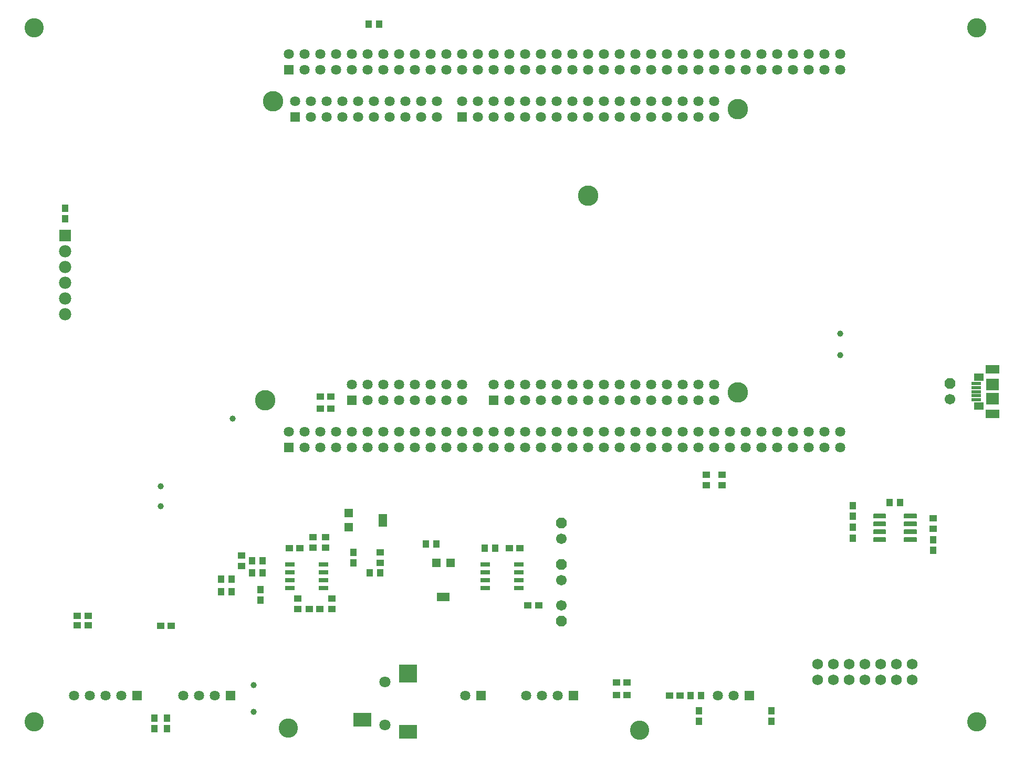
<source format=gts>
G75*
%MOIN*%
%OFA0B0*%
%FSLAX24Y24*%
%IPPOS*%
%LPD*%
%AMOC8*
5,1,8,0,0,1.08239X$1,22.5*
%
%ADD10C,0.1221*%
%ADD11R,0.0642X0.0642*%
%ADD12C,0.0642*%
%ADD13C,0.1300*%
%ADD14R,0.0906X0.0573*%
%ADD15R,0.0906X0.0569*%
%ADD16R,0.0591X0.0197*%
%ADD17R,0.0611X0.0493*%
%ADD18R,0.0788X0.0729*%
%ADD19C,0.0217*%
%ADD20C,0.0709*%
%ADD21R,0.1142X0.0906*%
%ADD22R,0.1142X0.1142*%
%ADD23R,0.0778X0.0778*%
%ADD24C,0.0778*%
%ADD25C,0.0690*%
%ADD26R,0.0642X0.0296*%
%ADD27R,0.0434X0.0473*%
%ADD28R,0.0552X0.0552*%
%ADD29R,0.0552X0.0827*%
%ADD30R,0.0473X0.0434*%
%ADD31OC8,0.0670*%
%ADD32C,0.0670*%
%ADD33R,0.0827X0.0552*%
%ADD34C,0.0068*%
%ADD35C,0.0394*%
D10*
X025658Y011386D03*
X041799Y010992D03*
X064083Y010835D03*
X085500Y011386D03*
X085500Y055481D03*
X025658Y055481D03*
D11*
X041835Y052807D03*
X042227Y049807D03*
X052827Y049807D03*
X054827Y031807D03*
X045827Y031807D03*
X041827Y028807D03*
X038118Y013028D03*
X032213Y013048D03*
X054036Y013051D03*
X059890Y013028D03*
X071079Y013028D03*
D12*
X070079Y013028D03*
X069079Y013028D03*
X058890Y013028D03*
X057890Y013028D03*
X056890Y013028D03*
X053036Y013051D03*
X037118Y013028D03*
X036118Y013028D03*
X035118Y013028D03*
X031213Y013048D03*
X030213Y013048D03*
X029213Y013048D03*
X028213Y013048D03*
X042827Y028807D03*
X043827Y028807D03*
X044827Y028807D03*
X045827Y028807D03*
X046827Y028807D03*
X047827Y028807D03*
X048827Y028807D03*
X049827Y028807D03*
X050827Y028807D03*
X051827Y028807D03*
X052827Y028807D03*
X053827Y028807D03*
X054827Y028807D03*
X055827Y028807D03*
X056827Y028807D03*
X057827Y028807D03*
X058827Y028807D03*
X059827Y028807D03*
X060827Y028807D03*
X061827Y028807D03*
X062827Y028807D03*
X063827Y028807D03*
X064827Y028807D03*
X065827Y028807D03*
X066827Y028807D03*
X067827Y028807D03*
X068827Y028807D03*
X069827Y028807D03*
X070827Y028807D03*
X071827Y028807D03*
X072827Y028807D03*
X073827Y028807D03*
X074827Y028807D03*
X075827Y028807D03*
X076827Y028807D03*
X076827Y029807D03*
X075827Y029807D03*
X074827Y029807D03*
X073827Y029807D03*
X072827Y029807D03*
X071827Y029807D03*
X070827Y029807D03*
X069827Y029807D03*
X068827Y029807D03*
X067827Y029807D03*
X066827Y029807D03*
X065827Y029807D03*
X064827Y029807D03*
X063827Y029807D03*
X062827Y029807D03*
X061827Y029807D03*
X060827Y029807D03*
X059827Y029807D03*
X058827Y029807D03*
X057827Y029807D03*
X056827Y029807D03*
X055827Y029807D03*
X054827Y029807D03*
X053827Y029807D03*
X052827Y029807D03*
X051827Y029807D03*
X050827Y029807D03*
X049827Y029807D03*
X048827Y029807D03*
X047827Y029807D03*
X046827Y029807D03*
X045827Y029807D03*
X044827Y029807D03*
X043827Y029807D03*
X042827Y029807D03*
X041827Y029807D03*
X045827Y032807D03*
X046827Y032807D03*
X047827Y032807D03*
X048827Y032807D03*
X049827Y032807D03*
X050827Y032807D03*
X051827Y032807D03*
X052827Y032807D03*
X052827Y031807D03*
X051827Y031807D03*
X050827Y031807D03*
X049827Y031807D03*
X048827Y031807D03*
X047827Y031807D03*
X046827Y031807D03*
X054827Y032807D03*
X055827Y032807D03*
X056827Y032807D03*
X057827Y032807D03*
X058827Y032807D03*
X059827Y032807D03*
X060827Y032807D03*
X061827Y032807D03*
X062827Y032807D03*
X063827Y032807D03*
X064827Y032807D03*
X065827Y032807D03*
X066827Y032807D03*
X067827Y032807D03*
X068827Y032807D03*
X068827Y031807D03*
X067827Y031807D03*
X066827Y031807D03*
X065827Y031807D03*
X064827Y031807D03*
X063827Y031807D03*
X062827Y031807D03*
X061827Y031807D03*
X060827Y031807D03*
X059827Y031807D03*
X058827Y031807D03*
X057827Y031807D03*
X056827Y031807D03*
X055827Y031807D03*
X055827Y049807D03*
X054827Y049807D03*
X053827Y049807D03*
X053827Y050807D03*
X052827Y050807D03*
X051227Y050807D03*
X050227Y050807D03*
X049227Y050807D03*
X048227Y050807D03*
X047227Y050807D03*
X046227Y050807D03*
X045227Y050807D03*
X044227Y050807D03*
X043227Y050807D03*
X042227Y050807D03*
X043227Y049807D03*
X044227Y049807D03*
X045227Y049807D03*
X046227Y049807D03*
X047227Y049807D03*
X048227Y049807D03*
X049227Y049807D03*
X050227Y049807D03*
X051227Y049807D03*
X054827Y050807D03*
X055827Y050807D03*
X056827Y050807D03*
X057827Y050807D03*
X058827Y050807D03*
X059827Y050807D03*
X060827Y050807D03*
X061827Y050807D03*
X062827Y050807D03*
X063827Y050807D03*
X064827Y050807D03*
X065827Y050807D03*
X066827Y050807D03*
X067827Y050807D03*
X068827Y050807D03*
X068827Y049807D03*
X067827Y049807D03*
X066827Y049807D03*
X065827Y049807D03*
X064827Y049807D03*
X063827Y049807D03*
X062827Y049807D03*
X061827Y049807D03*
X060827Y049807D03*
X059827Y049807D03*
X058827Y049807D03*
X057827Y049807D03*
X056827Y049807D03*
X056835Y052807D03*
X057835Y052807D03*
X058835Y052807D03*
X059835Y052807D03*
X060835Y052807D03*
X061835Y052807D03*
X062835Y052807D03*
X063835Y052807D03*
X064835Y052807D03*
X065835Y052807D03*
X066835Y052807D03*
X067835Y052807D03*
X068835Y052807D03*
X069835Y052807D03*
X070835Y052807D03*
X071835Y052807D03*
X072835Y052807D03*
X073835Y052807D03*
X074835Y052807D03*
X075835Y052807D03*
X076835Y052807D03*
X076835Y053807D03*
X075835Y053807D03*
X074835Y053807D03*
X073835Y053807D03*
X072835Y053807D03*
X071835Y053807D03*
X070835Y053807D03*
X069835Y053807D03*
X068835Y053807D03*
X067835Y053807D03*
X066835Y053807D03*
X065835Y053807D03*
X064835Y053807D03*
X063835Y053807D03*
X062835Y053807D03*
X061835Y053807D03*
X060835Y053807D03*
X059835Y053807D03*
X058835Y053807D03*
X057835Y053807D03*
X056835Y053807D03*
X055835Y053807D03*
X055835Y052807D03*
X054835Y052807D03*
X053835Y052807D03*
X052835Y052807D03*
X051835Y052807D03*
X050835Y052807D03*
X049835Y052807D03*
X048835Y052807D03*
X047835Y052807D03*
X046835Y052807D03*
X045835Y052807D03*
X044835Y052807D03*
X043835Y052807D03*
X042835Y052807D03*
X042835Y053807D03*
X043835Y053807D03*
X044835Y053807D03*
X045835Y053807D03*
X046835Y053807D03*
X047835Y053807D03*
X048835Y053807D03*
X049835Y053807D03*
X050835Y053807D03*
X051835Y053807D03*
X052835Y053807D03*
X053835Y053807D03*
X054835Y053807D03*
X041835Y053807D03*
D13*
X040827Y050807D03*
X060827Y044807D03*
X070327Y050307D03*
X070327Y032307D03*
X040327Y031807D03*
D14*
X086504Y030947D03*
D15*
X086505Y033763D03*
D16*
X085461Y032866D03*
X085461Y032614D03*
X085461Y032355D03*
X085461Y032099D03*
X085461Y031843D03*
D17*
X085626Y031441D03*
X085626Y033268D03*
D18*
X086504Y032798D03*
X086504Y031912D03*
D19*
X086504Y030947D03*
X086504Y033762D03*
D20*
X047949Y013922D03*
X047949Y011166D03*
D21*
X046492Y011520D03*
X049406Y010733D03*
D22*
X049406Y014433D03*
D23*
X027626Y042292D03*
D24*
X027626Y041292D03*
X027626Y040292D03*
X027626Y039292D03*
X027626Y038292D03*
X027626Y037292D03*
D25*
X075414Y015036D03*
X076414Y015036D03*
X077414Y015036D03*
X078414Y015036D03*
X079414Y015036D03*
X080414Y015036D03*
X081414Y015036D03*
X081414Y014036D03*
X080414Y014036D03*
X079414Y014036D03*
X078414Y014036D03*
X077414Y014036D03*
X076414Y014036D03*
X075414Y014036D03*
D26*
X056449Y019888D03*
X056449Y020388D03*
X056449Y020888D03*
X056449Y021388D03*
X054315Y021388D03*
X054315Y020888D03*
X054315Y020388D03*
X054315Y019888D03*
X044048Y019888D03*
X044048Y020388D03*
X044048Y020888D03*
X044048Y021388D03*
X041913Y021388D03*
X041913Y020888D03*
X041913Y020388D03*
X041913Y019888D03*
D27*
X040028Y019792D03*
X040028Y019122D03*
X038197Y019654D03*
X037528Y019654D03*
X037528Y020441D03*
X038197Y020441D03*
X039496Y020835D03*
X040166Y020835D03*
X040166Y021622D03*
X039496Y021622D03*
X045933Y021485D03*
X045933Y022154D03*
X046977Y020835D03*
X047646Y020835D03*
X050520Y022685D03*
X051189Y022685D03*
X054260Y022410D03*
X054929Y022410D03*
X067331Y013040D03*
X068000Y013040D03*
X067862Y012075D03*
X067862Y011406D03*
X072469Y011406D03*
X072469Y012075D03*
X082744Y022272D03*
X082744Y022941D03*
X080638Y025323D03*
X079969Y025323D03*
X077626Y025107D03*
X077626Y024437D03*
X077626Y023729D03*
X077626Y023059D03*
X034083Y011603D03*
X034083Y010933D03*
X033296Y010933D03*
X033296Y011603D03*
X027626Y043335D03*
X027626Y044004D03*
X046898Y055717D03*
X047567Y055717D03*
D28*
X045638Y024634D03*
X045638Y023729D03*
X051189Y021485D03*
X052095Y021485D03*
D29*
X047803Y024181D03*
D30*
X047626Y022154D03*
X047626Y021485D03*
X044162Y022429D03*
X044162Y023099D03*
X043374Y023099D03*
X043374Y022429D03*
X042528Y022410D03*
X041859Y022410D03*
X038847Y021957D03*
X038847Y021288D03*
X042390Y019201D03*
X042390Y018532D03*
X043118Y018551D03*
X043788Y018551D03*
X044555Y018532D03*
X044555Y019201D03*
X034378Y017488D03*
X033709Y017488D03*
X029083Y017508D03*
X029083Y018099D03*
X028414Y018099D03*
X028414Y017508D03*
X043827Y031268D03*
X044496Y031268D03*
X044496Y032055D03*
X043827Y032055D03*
X055835Y022410D03*
X056504Y022410D03*
X057016Y018788D03*
X057685Y018788D03*
X062646Y013866D03*
X063315Y013866D03*
X063315Y013079D03*
X062646Y013079D03*
X065992Y013040D03*
X066662Y013040D03*
X082744Y023650D03*
X082744Y024319D03*
X069319Y026406D03*
X069319Y027075D03*
X068335Y027075D03*
X068335Y026406D03*
D31*
X059122Y024012D03*
X059122Y021374D03*
X059122Y017776D03*
X083807Y032870D03*
D32*
X083807Y031870D03*
X059122Y023012D03*
X059122Y020374D03*
X059122Y018776D03*
D33*
X051642Y019319D03*
D34*
X078955Y022857D02*
X079703Y022857D01*
X078955Y022857D02*
X078955Y023061D01*
X079703Y023061D01*
X079703Y022857D01*
X079703Y022924D02*
X078955Y022924D01*
X078955Y022991D02*
X079703Y022991D01*
X079703Y023058D02*
X078955Y023058D01*
X078955Y023357D02*
X079703Y023357D01*
X078955Y023357D02*
X078955Y023561D01*
X079703Y023561D01*
X079703Y023357D01*
X079703Y023424D02*
X078955Y023424D01*
X078955Y023491D02*
X079703Y023491D01*
X079703Y023558D02*
X078955Y023558D01*
X078955Y023857D02*
X079703Y023857D01*
X078955Y023857D02*
X078955Y024061D01*
X079703Y024061D01*
X079703Y023857D01*
X079703Y023924D02*
X078955Y023924D01*
X078955Y023991D02*
X079703Y023991D01*
X079703Y024058D02*
X078955Y024058D01*
X078955Y024357D02*
X079703Y024357D01*
X078955Y024357D02*
X078955Y024561D01*
X079703Y024561D01*
X079703Y024357D01*
X079703Y024424D02*
X078955Y024424D01*
X078955Y024491D02*
X079703Y024491D01*
X079703Y024558D02*
X078955Y024558D01*
X080904Y024357D02*
X081652Y024357D01*
X080904Y024357D02*
X080904Y024561D01*
X081652Y024561D01*
X081652Y024357D01*
X081652Y024424D02*
X080904Y024424D01*
X080904Y024491D02*
X081652Y024491D01*
X081652Y024558D02*
X080904Y024558D01*
X080904Y023857D02*
X081652Y023857D01*
X080904Y023857D02*
X080904Y024061D01*
X081652Y024061D01*
X081652Y023857D01*
X081652Y023924D02*
X080904Y023924D01*
X080904Y023991D02*
X081652Y023991D01*
X081652Y024058D02*
X080904Y024058D01*
X080904Y023357D02*
X081652Y023357D01*
X080904Y023357D02*
X080904Y023561D01*
X081652Y023561D01*
X081652Y023357D01*
X081652Y023424D02*
X080904Y023424D01*
X080904Y023491D02*
X081652Y023491D01*
X081652Y023558D02*
X080904Y023558D01*
X080904Y022857D02*
X081652Y022857D01*
X080904Y022857D02*
X080904Y023061D01*
X081652Y023061D01*
X081652Y022857D01*
X081652Y022924D02*
X080904Y022924D01*
X080904Y022991D02*
X081652Y022991D01*
X081652Y023058D02*
X080904Y023058D01*
D35*
X076819Y034673D03*
X076819Y036032D03*
X039595Y013709D03*
X039595Y012016D03*
X033689Y025087D03*
X033689Y026347D03*
X038256Y030638D03*
M02*

</source>
